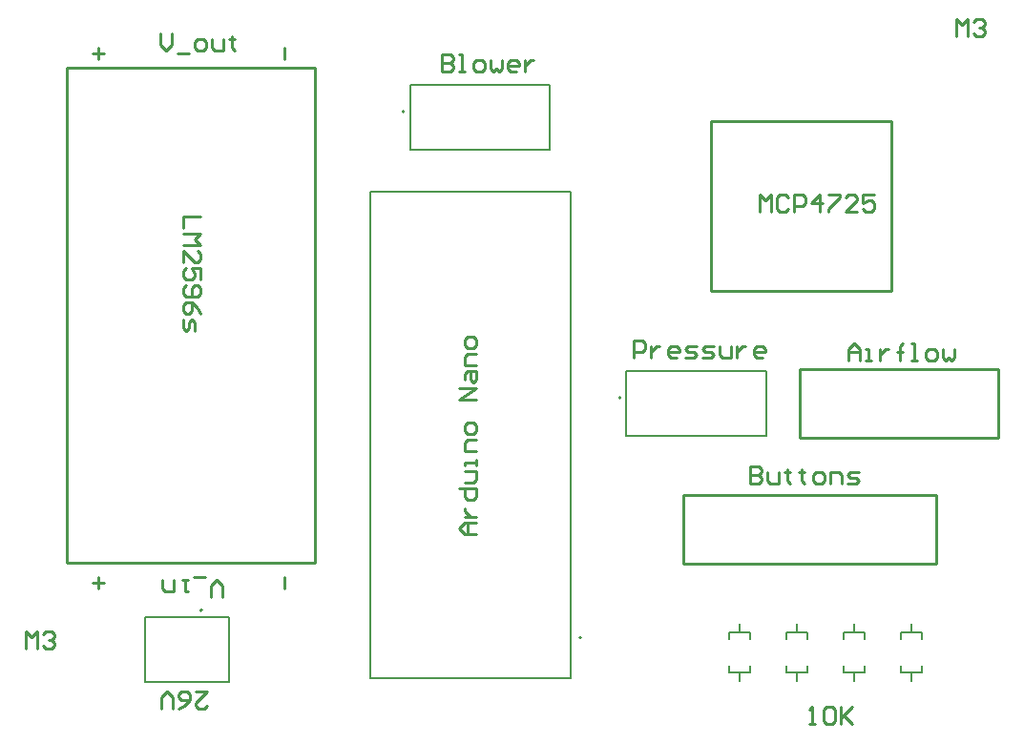
<source format=gbr>
%TF.GenerationSoftware,Altium Limited,Altium Designer,22.5.1 (42)*%
G04 Layer_Color=65535*
%FSLAX45Y45*%
%MOMM*%
%TF.SameCoordinates,23F47D9D-8B9D-40EC-A212-7CA489FF55AC*%
%TF.FilePolarity,Positive*%
%TF.FileFunction,Legend,Top*%
%TF.Part,Single*%
G01*
G75*
%TA.AperFunction,NonConductor*%
%ADD29C,0.20000*%
%ADD30C,0.25400*%
%ADD31C,0.12700*%
D29*
X14186000Y5562600D02*
G03*
X14186000Y5562600I-10000J0D01*
G01*
X12266225Y8102600D02*
G03*
X12266225Y8102600I-10000J0D01*
G01*
X10474800Y3675700D02*
G03*
X10474800Y3675700I-10000J0D01*
G01*
X13837399Y3432400D02*
G03*
X13837399Y3432400I-10000J0D01*
G01*
D30*
X14986200Y6513700D02*
X16586200D01*
X14986200Y8013700D02*
X16586200D01*
Y6513700D02*
Y8013700D01*
X14986200Y6513700D02*
Y8013700D01*
X14744000Y4091940D02*
X16987520D01*
X14744000Y4695000D02*
X16987520D01*
Y4091940D02*
Y4695000D01*
X14744000Y4091940D02*
Y4695000D01*
X15770860Y5207300D02*
X17535400D01*
X15770860Y5812900D02*
X17535400D01*
Y5207300D02*
Y5812900D01*
X15770860Y5207300D02*
Y5812900D01*
X9275400Y4093400D02*
Y8493400D01*
X11475400Y4093400D02*
Y8493400D01*
X9275400Y4093400D02*
X11475400D01*
X9275400Y8493400D02*
X11475400D01*
X11200800Y8668000D02*
Y8566432D01*
X9551584Y8667999D02*
Y8566432D01*
X9602368Y8617215D02*
X9500801D01*
X10100799Y8796541D02*
Y8694974D01*
X10151583Y8644190D01*
X10202367Y8694974D01*
Y8796541D01*
X10253150Y8618798D02*
X10354717D01*
X10430893Y8644190D02*
X10481676D01*
X10507068Y8669582D01*
Y8720366D01*
X10481676Y8745757D01*
X10430893D01*
X10405501Y8720366D01*
Y8669582D01*
X10430893Y8644190D01*
X10557852Y8745757D02*
Y8669582D01*
X10583244Y8644190D01*
X10659419D01*
Y8745757D01*
X10735594Y8771149D02*
Y8745757D01*
X10710202D01*
X10760986D01*
X10735594D01*
Y8669582D01*
X10760986Y8644190D01*
X10453150Y7167999D02*
X10300799D01*
Y7066432D01*
Y7015648D02*
X10453150D01*
X10402367Y6964865D01*
X10453150Y6914081D01*
X10300799D01*
Y6761730D02*
Y6863297D01*
X10402367Y6761730D01*
X10427758D01*
X10453150Y6787122D01*
Y6837906D01*
X10427758Y6863297D01*
X10453150Y6609379D02*
Y6710947D01*
X10376975D01*
X10402367Y6660163D01*
Y6634771D01*
X10376975Y6609379D01*
X10326191D01*
X10300799Y6634771D01*
Y6685555D01*
X10326191Y6710947D01*
Y6558596D02*
X10300799Y6533204D01*
Y6482421D01*
X10326191Y6457029D01*
X10427758D01*
X10453150Y6482421D01*
Y6533204D01*
X10427758Y6558596D01*
X10402367D01*
X10376975Y6533204D01*
Y6457029D01*
X10453150Y6304678D02*
X10427758Y6355462D01*
X10376975Y6406245D01*
X10326191D01*
X10300799Y6380853D01*
Y6330070D01*
X10326191Y6304678D01*
X10351583D01*
X10376975Y6330070D01*
Y6406245D01*
X10300799Y6253895D02*
Y6177719D01*
X10326191Y6152327D01*
X10351583Y6177719D01*
Y6228503D01*
X10376975Y6253895D01*
X10402367Y6228503D01*
Y6152327D01*
X11200799Y3968000D02*
Y3866433D01*
X9551584Y3968000D02*
Y3866432D01*
X9602367Y3917216D02*
X9500800D01*
X10649999Y3790258D02*
Y3891825D01*
X10599216Y3942609D01*
X10548432Y3891825D01*
Y3790258D01*
X10497648Y3968001D02*
X10396081D01*
X10345298Y3942609D02*
X10294514D01*
X10319906D01*
Y3841042D01*
X10345298D01*
X10218339Y3942609D02*
Y3841042D01*
X10142163D01*
X10116771Y3866433D01*
Y3942609D01*
X17162781Y8770620D02*
Y8922971D01*
X17213564Y8872187D01*
X17264346Y8922971D01*
Y8770620D01*
X17315131Y8897579D02*
X17340523Y8922971D01*
X17391306D01*
X17416698Y8897579D01*
Y8872187D01*
X17391306Y8846795D01*
X17365913D01*
X17391306D01*
X17416698Y8821403D01*
Y8796012D01*
X17391306Y8770620D01*
X17340523D01*
X17315131Y8796012D01*
X8907780Y3335020D02*
Y3487371D01*
X8958563Y3436587D01*
X9009347Y3487371D01*
Y3335020D01*
X9060131Y3461979D02*
X9085523Y3487371D01*
X9136306D01*
X9161698Y3461979D01*
Y3436587D01*
X9136306Y3411195D01*
X9110914D01*
X9136306D01*
X9161698Y3385803D01*
Y3360412D01*
X9136306Y3335020D01*
X9085523D01*
X9060131Y3360412D01*
X15862363Y2667025D02*
X15913145D01*
X15887753D01*
Y2819375D01*
X15862363Y2793983D01*
X15989320D02*
X16014713Y2819375D01*
X16065495D01*
X16090887Y2793983D01*
Y2692417D01*
X16065495Y2667025D01*
X16014713D01*
X15989320Y2692417D01*
Y2793983D01*
X16141672Y2819375D02*
Y2667025D01*
Y2717808D01*
X16243239Y2819375D01*
X16167062Y2743200D01*
X16243239Y2667025D01*
X15417964Y7213625D02*
Y7365975D01*
X15468748Y7315192D01*
X15519531Y7365975D01*
Y7213625D01*
X15671883Y7340583D02*
X15646490Y7365975D01*
X15595708D01*
X15570316Y7340583D01*
Y7239017D01*
X15595708Y7213625D01*
X15646490D01*
X15671883Y7239017D01*
X15722665Y7213625D02*
Y7365975D01*
X15798840D01*
X15824232Y7340583D01*
Y7289800D01*
X15798840Y7264408D01*
X15722665D01*
X15951192Y7213625D02*
Y7365975D01*
X15875017Y7289800D01*
X15976584D01*
X16027367Y7365975D02*
X16128934D01*
Y7340583D01*
X16027367Y7239017D01*
Y7213625D01*
X16281285D02*
X16179718D01*
X16281285Y7315192D01*
Y7340583D01*
X16255893Y7365975D01*
X16205110D01*
X16179718Y7340583D01*
X16433636Y7365975D02*
X16332069D01*
Y7289800D01*
X16382852Y7315192D01*
X16408244D01*
X16433636Y7289800D01*
Y7239017D01*
X16408244Y7213625D01*
X16357462D01*
X16332069Y7239017D01*
X15336156Y4952975D02*
Y4800625D01*
X15412332D01*
X15437724Y4826017D01*
Y4851408D01*
X15412332Y4876800D01*
X15336156D01*
X15412332D01*
X15437724Y4902192D01*
Y4927583D01*
X15412332Y4952975D01*
X15336156D01*
X15488507Y4902192D02*
Y4826017D01*
X15513899Y4800625D01*
X15590074D01*
Y4902192D01*
X15666251Y4927583D02*
Y4902192D01*
X15640858D01*
X15691641D01*
X15666251D01*
Y4826017D01*
X15691641Y4800625D01*
X15793208Y4927583D02*
Y4902192D01*
X15767818D01*
X15818600D01*
X15793208D01*
Y4826017D01*
X15818600Y4800625D01*
X15920168D02*
X15970950D01*
X15996342Y4826017D01*
Y4876800D01*
X15970950Y4902192D01*
X15920168D01*
X15894775Y4876800D01*
Y4826017D01*
X15920168Y4800625D01*
X16047125D02*
Y4902192D01*
X16123302D01*
X16148692Y4876800D01*
Y4800625D01*
X16199477D02*
X16275652D01*
X16301044Y4826017D01*
X16275652Y4851408D01*
X16224869D01*
X16199477Y4876800D01*
X16224869Y4902192D01*
X16301044D01*
X16208452Y5893125D02*
Y5994692D01*
X16259236Y6045475D01*
X16310019Y5994692D01*
Y5893125D01*
Y5969300D01*
X16208452D01*
X16360803Y5893125D02*
X16411586D01*
X16386195D01*
Y5994692D01*
X16360803D01*
X16487762D02*
Y5893125D01*
Y5943908D01*
X16513155Y5969300D01*
X16538545Y5994692D01*
X16563937D01*
X16665504Y5893125D02*
Y6020083D01*
Y5969300D01*
X16640112D01*
X16690897D01*
X16665504D01*
Y6020083D01*
X16690897Y6045475D01*
X16767072Y5893125D02*
X16817854D01*
X16792464D01*
Y6045475D01*
X16767072D01*
X16919421Y5893125D02*
X16970206D01*
X16995596Y5918516D01*
Y5969300D01*
X16970206Y5994692D01*
X16919421D01*
X16894031Y5969300D01*
Y5918516D01*
X16919421Y5893125D01*
X17046381Y5994692D02*
Y5918516D01*
X17071773Y5893125D01*
X17097163Y5918516D01*
X17122556Y5893125D01*
X17147948Y5918516D01*
Y5994692D01*
X14298788Y5918225D02*
Y6070575D01*
X14374963D01*
X14400356Y6045183D01*
Y5994400D01*
X14374963Y5969008D01*
X14298788D01*
X14451140Y6019792D02*
Y5918225D01*
Y5969008D01*
X14476532Y5994400D01*
X14501923Y6019792D01*
X14527315D01*
X14679666Y5918225D02*
X14628882D01*
X14603490Y5943617D01*
Y5994400D01*
X14628882Y6019792D01*
X14679666D01*
X14705058Y5994400D01*
Y5969008D01*
X14603490D01*
X14755841Y5918225D02*
X14832018D01*
X14857408Y5943617D01*
X14832018Y5969008D01*
X14781233D01*
X14755841Y5994400D01*
X14781233Y6019792D01*
X14857408D01*
X14908192Y5918225D02*
X14984367D01*
X15009760Y5943617D01*
X14984367Y5969008D01*
X14933585D01*
X14908192Y5994400D01*
X14933585Y6019792D01*
X15009760D01*
X15060542D02*
Y5943617D01*
X15085934Y5918225D01*
X15162109D01*
Y6019792D01*
X15212894D02*
Y5918225D01*
Y5969008D01*
X15238284Y5994400D01*
X15263676Y6019792D01*
X15289069D01*
X15441418Y5918225D02*
X15390636D01*
X15365244Y5943617D01*
Y5994400D01*
X15390636Y6019792D01*
X15441418D01*
X15466811Y5994400D01*
Y5969008D01*
X15365244D01*
X12595557Y8610575D02*
Y8458225D01*
X12671732D01*
X12697124Y8483617D01*
Y8509008D01*
X12671732Y8534400D01*
X12595557D01*
X12671732D01*
X12697124Y8559792D01*
Y8585183D01*
X12671732Y8610575D01*
X12595557D01*
X12747907Y8458225D02*
X12798691D01*
X12773299D01*
Y8610575D01*
X12747907D01*
X12900258Y8458225D02*
X12951042D01*
X12976434Y8483617D01*
Y8534400D01*
X12951042Y8559792D01*
X12900258D01*
X12874866Y8534400D01*
Y8483617D01*
X12900258Y8458225D01*
X13027217Y8559792D02*
Y8483617D01*
X13052609Y8458225D01*
X13078001Y8483617D01*
X13103392Y8458225D01*
X13128784Y8483617D01*
Y8559792D01*
X13255743Y8458225D02*
X13204961D01*
X13179568Y8483617D01*
Y8534400D01*
X13204961Y8559792D01*
X13255743D01*
X13281136Y8534400D01*
Y8509008D01*
X13179568D01*
X13331918Y8559792D02*
Y8458225D01*
Y8509008D01*
X13357310Y8534400D01*
X13382703Y8559792D01*
X13408093D01*
X10415967Y2950275D02*
X10517534D01*
X10415967Y2848708D01*
Y2823316D01*
X10441359Y2797924D01*
X10492142D01*
X10517534Y2823316D01*
X10263616Y2797924D02*
X10314400Y2823316D01*
X10365183Y2874099D01*
Y2924883D01*
X10339792Y2950275D01*
X10289008D01*
X10263616Y2924883D01*
Y2899491D01*
X10289008Y2874099D01*
X10365183D01*
X10212833Y2797924D02*
Y2899491D01*
X10162049Y2950275D01*
X10111266Y2899491D01*
Y2797924D01*
X12903175Y4350783D02*
X12801608D01*
X12750824Y4401567D01*
X12801608Y4452351D01*
X12903175D01*
X12827000D01*
Y4350783D01*
X12801608Y4503134D02*
X12903175D01*
X12852393D01*
X12827000Y4528526D01*
X12801608Y4553917D01*
Y4579309D01*
X12750824Y4757052D02*
X12903175D01*
Y4680877D01*
X12877783Y4655485D01*
X12827000D01*
X12801608Y4680877D01*
Y4757052D01*
Y4807835D02*
X12877783D01*
X12903175Y4833227D01*
Y4909403D01*
X12801608D01*
X12903175Y4960186D02*
Y5010970D01*
Y4985578D01*
X12801608D01*
Y4960186D01*
X12903175Y5087145D02*
X12801608D01*
Y5163320D01*
X12827000Y5188712D01*
X12903175D01*
Y5264888D02*
Y5315671D01*
X12877783Y5341063D01*
X12827000D01*
X12801608Y5315671D01*
Y5264888D01*
X12827000Y5239496D01*
X12877783D01*
X12903175Y5264888D01*
Y5544197D02*
X12750824D01*
X12903175Y5645764D01*
X12750824D01*
X12801608Y5721940D02*
Y5772723D01*
X12827000Y5798115D01*
X12903175D01*
Y5721940D01*
X12877783Y5696548D01*
X12852393Y5721940D01*
Y5798115D01*
X12903175Y5848899D02*
X12801608D01*
Y5925074D01*
X12827000Y5950466D01*
X12903175D01*
Y6026641D02*
Y6077425D01*
X12877783Y6102817D01*
X12827000D01*
X12801608Y6077425D01*
Y6026641D01*
X12827000Y6001249D01*
X12877783D01*
X12903175Y6026641D01*
D31*
X16671500Y3127000D02*
Y3185000D01*
Y3127000D02*
X16764000D01*
X16856500D01*
Y3185000D01*
X16764000Y3047000D02*
Y3127000D01*
X16671500Y3477000D02*
X16764000D01*
X16856500D01*
X16671500Y3419000D02*
Y3477000D01*
X16856500Y3419000D02*
Y3477000D01*
X16764000D02*
Y3557000D01*
X16163499Y3127000D02*
Y3185000D01*
Y3127000D02*
X16256000D01*
X16348500D01*
Y3185000D01*
X16256000Y3047000D02*
Y3127000D01*
X16163499Y3477000D02*
X16256000D01*
X16348500D01*
X16163499Y3419000D02*
Y3477000D01*
X16348500Y3419000D02*
Y3477000D01*
X16256000D02*
Y3557000D01*
X15655499Y3127000D02*
Y3185000D01*
Y3127000D02*
X15748000D01*
X15840500D01*
Y3185000D01*
X15748000Y3047000D02*
Y3127000D01*
X15655499Y3477000D02*
X15748000D01*
X15840500D01*
X15655499Y3419000D02*
Y3477000D01*
X15840500Y3419000D02*
Y3477000D01*
X15748000D02*
Y3557000D01*
X14237000Y5222600D02*
X15477000D01*
Y5797600D01*
X14237000D02*
X15477000D01*
X14237000Y5222600D02*
Y5797600D01*
X12317225Y7762600D02*
X13557225D01*
Y8337600D01*
X12317225D02*
X13557225D01*
X12317225Y7762600D02*
Y8337600D01*
X9969800Y3613200D02*
X10709800D01*
X9969800Y3038200D02*
Y3613200D01*
Y3038200D02*
X10709800D01*
Y3613200D01*
X13741400Y3073400D02*
Y7391400D01*
X11963400D02*
X13741400D01*
X11963400Y3073400D02*
Y7391400D01*
Y3073400D02*
X13741400D01*
X15147501Y3127000D02*
Y3185000D01*
Y3127000D02*
X15239999D01*
X15332500D01*
Y3185000D01*
X15239999Y3047000D02*
Y3127000D01*
X15147501Y3477000D02*
X15239999D01*
X15332500D01*
X15147501Y3419000D02*
Y3477000D01*
X15332500Y3419000D02*
Y3477000D01*
X15239999D02*
Y3557000D01*
%TF.MD5,3cdae726a00b4a0570edd26f96e85489*%
M02*

</source>
